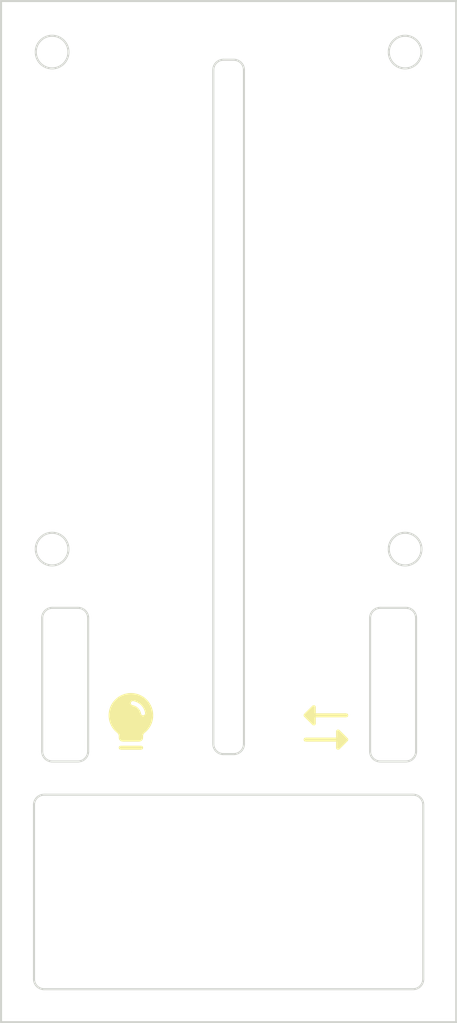
<source format=kicad_pcb>
(kicad_pcb
	(version 20241229)
	(generator "pcbnew")
	(generator_version "9.0")
	(general
		(thickness 1.6)
		(legacy_teardrops no)
	)
	(paper "A4")
	(layers
		(0 "F.Cu" signal)
		(2 "B.Cu" signal)
		(9 "F.Adhes" user "F.Adhesive")
		(11 "B.Adhes" user "B.Adhesive")
		(13 "F.Paste" user)
		(15 "B.Paste" user)
		(5 "F.SilkS" user "F.Silkscreen")
		(7 "B.SilkS" user "B.Silkscreen")
		(1 "F.Mask" user)
		(3 "B.Mask" user)
		(17 "Dwgs.User" user "User.Drawings")
		(19 "Cmts.User" user "User.Comments")
		(21 "Eco1.User" user "User.Eco1")
		(23 "Eco2.User" user "User.Eco2")
		(25 "Edge.Cuts" user)
		(27 "Margin" user)
		(31 "F.CrtYd" user "F.Courtyard")
		(29 "B.CrtYd" user "B.Courtyard")
		(35 "F.Fab" user)
		(33 "B.Fab" user)
		(39 "User.1" user)
		(41 "User.2" user)
		(43 "User.3" user)
		(45 "User.4" user)
	)
	(setup
		(stackup
			(layer "F.SilkS"
				(type "Top Silk Screen")
			)
			(layer "F.Paste"
				(type "Top Solder Paste")
			)
			(layer "F.Mask"
				(type "Top Solder Mask")
				(color "Black")
				(thickness 0.01)
			)
			(layer "F.Cu"
				(type "copper")
				(thickness 0.035)
			)
			(layer "dielectric 1"
				(type "core")
				(thickness 1.51)
				(material "FR4")
				(epsilon_r 4.5)
				(loss_tangent 0.02)
			)
			(layer "B.Cu"
				(type "copper")
				(thickness 0.035)
			)
			(layer "B.Mask"
				(type "Bottom Solder Mask")
				(color "Black")
				(thickness 0.01)
			)
			(layer "B.Paste"
				(type "Bottom Solder Paste")
			)
			(layer "B.SilkS"
				(type "Bottom Silk Screen")
			)
			(copper_finish "None")
			(dielectric_constraints no)
		)
		(pad_to_mask_clearance 0)
		(allow_soldermask_bridges_in_footprints no)
		(tenting front back)
		(pcbplotparams
			(layerselection 0x00000000_00000000_55555555_5755f5ff)
			(plot_on_all_layers_selection 0x00000000_00000000_00000000_00000000)
			(disableapertmacros no)
			(usegerberextensions no)
			(usegerberattributes yes)
			(usegerberadvancedattributes yes)
			(creategerberjobfile yes)
			(dashed_line_dash_ratio 12.000000)
			(dashed_line_gap_ratio 3.000000)
			(svgprecision 4)
			(plotframeref no)
			(mode 1)
			(useauxorigin no)
			(hpglpennumber 1)
			(hpglpenspeed 20)
			(hpglpendiameter 15.000000)
			(pdf_front_fp_property_popups yes)
			(pdf_back_fp_property_popups yes)
			(pdf_metadata yes)
			(pdf_single_document no)
			(dxfpolygonmode yes)
			(dxfimperialunits yes)
			(dxfusepcbnewfont yes)
			(psnegative no)
			(psa4output no)
			(plot_black_and_white yes)
			(sketchpadsonfab no)
			(plotpadnumbers no)
			(hidednponfab no)
			(sketchdnponfab yes)
			(crossoutdnponfab yes)
			(subtractmaskfromsilk no)
			(outputformat 1)
			(mirror no)
			(drillshape 1)
			(scaleselection 1)
			(outputdirectory "")
		)
	)
	(net 0 "")
	(gr_poly
		(pts
			(xy 30.038651 88.253369) (xy 30.048424 88.254097) (xy 30.058114 88.2553) (xy 30.067705 88.256974)
			(xy 30.07718 88.25911) (xy 30.086524 88.261703) (xy 30.095719 88.264745) (xy 30.10475 88.268231)
			(xy 30.1136 88.272152) (xy 30.122254 88.276503) (xy 30.130694 88.281276) (xy 30.138905 88.286465)
			(xy 30.14687 88.292064) (xy 30.154573 88.298065) (xy 30.161998 88.304461) (xy 30.169128 88.311247)
			(xy 30.175913 88.318377) (xy 30.18231 88.325802) (xy 30.188311 88.333505) (xy 30.193909 88.34147)
			(xy 30.199098 88.34968) (xy 30.203872 88.358121) (xy 30.208222 88.366774) (xy 30.212144 88.375624)
			(xy 30.215629 88.384655) (xy 30.218671 88.39385) (xy 30.221264 88.403194) (xy 30.223401 88.412669)
			(xy 30.225074 88.42226) (xy 30.226278 88.43195) (xy 30.227005 88.441723) (xy 30.227249 88.451563)
			(xy 30.227005 88.461403) (xy 30.226278 88.471176) (xy 30.225074 88.480867) (xy 30.223401 88.490457)
			(xy 30.221264 88.499933) (xy 30.218671 88.509276) (xy 30.215629 88.518471) (xy 30.212144 88.527502)
			(xy 30.208222 88.536352) (xy 30.203872 88.545006) (xy 30.199098 88.553446) (xy 30.193909 88.561657)
			(xy 30.188311 88.569622) (xy 30.18231 88.577325) (xy 30.175913 88.584749) (xy 30.169128 88.59188)
			(xy 30.161998 88.598665) (xy 30.154573 88.605062) (xy 30.14687 88.611062) (xy 30.138905 88.616661)
			(xy 30.130694 88.62185) (xy 30.122254 88.626623) (xy 30.1136 88.630974) (xy 30.10475 88.634896) (xy 30.095719 88.638381)
			(xy 30.086524 88.641423) (xy 30.07718 88.644016) (xy 30.067705 88.646153) (xy 30.058114 88.647826)
			(xy 30.048424 88.64903) (xy 30.038651 88.649757) (xy 30.028811 88.650001) (xy 28.044436 88.650001)
			(xy 28.031213 88.649561) (xy 28.018152 88.648256) (xy 28.005289 88.646106) (xy 27.992661 88.643132)
			(xy 27.980303 88.639355) (xy 27.968253 88.634796) (xy 27.956546 88.629476) (xy 27.945218 88.623415)
			(xy 27.934305 88.616635) (xy 27.923844 88.609156) (xy 27.913871 88.601) (xy 27.904421 88.592187)
			(xy 27.895532 88.582737) (xy 27.887238 88.572673) (xy 27.879577 88.562014) (xy 27.872585 88.550782)
			(xy 27.866354 88.53911) (xy 27.860953 88.527146) (xy 27.856384 88.514931) (xy 27.852645 88.502508)
			(xy 27.849738 88.489918) (xy 27.847661 88.477203) (xy 27.846414 88.464404) (xy 27.845999 88.451563)
			(xy 27.846414 88.438723) (xy 27.847661 88.425924) (xy 27.849738 88.413208) (xy 27.852645 88.400618)
			(xy 27.856384 88.388195) (xy 27.860953 88.37598) (xy 27.866354 88.364016) (xy 27.872585 88.352344)
			(xy 27.875995 88.346658) (xy 27.879577 88.341112) (xy 27.883327 88.33571) (xy 27.887238 88.330454)
			(xy 27.891308 88.325346) (xy 27.895532 88.320389) (xy 27.899904 88.315586) (xy 27.904421 88.31094)
			(xy 27.909078 88.306452) (xy 27.913871 88.302126) (xy 27.918794 88.297965) (xy 27.923844 88.29397)
			(xy 27.929016 88.290145) (xy 27.934305 88.286491) (xy 27.939707 88.283013) (xy 27.945218 88.279711)
			(xy 27.950832 88.27659) (xy 27.956546 88.273651) (xy 27.962354 88.270897) (xy 27.968253 88.26833)
			(xy 27.974237 88.265955) (xy 27.980303 88.263771) (xy 27.986446 88.261784) (xy 27.992661 88.259995)
			(xy 27.998943 88.258406) (xy 28.005289 88.257021) (xy 28.011693 88.255841) (xy 28.018152 88.254871)
			(xy 28.02466 88.254111) (xy 28.031213 88.253565) (xy 28.037807 88.253236) (xy 28.044436 88.253126)
			(xy 30.028811 88.253126)
		)
		(stroke
			(width 0)
			(type solid)
		)
		(fill yes)
		(layer "F.SilkS")
		(uuid "30348210-f806-48c4-a808-20e46b8918de")
	)
	(gr_poly
		(pts
			(xy 46.952973 84.284991) (xy 46.967444 84.28691) (xy 46.981827 84.289913) (xy 46.996064 84.294012)
			(xy 47.010097 84.299218) (xy 47.016976 84.302221) (xy 47.023699 84.305462) (xy 47.030263 84.308936)
			(xy 47.036663 84.312634) (xy 47.042895 84.316553) (xy 47.048955 84.320684) (xy 47.054839 84.325023)
			(xy 47.060543 84.329562) (xy 47.066062 84.334297) (xy 47.071392 84.33922) (xy 47.076529 84.344325)
			(xy 47.08147 84.349607) (xy 47.08621 84.355058) (xy 47.090744 84.360673) (xy 47.09507 84.366446)
			(xy 47.099181 84.37237) (xy 47.103076 84.37844) (xy 47.106748 84.384648) (xy 47.110195 84.390989)
			(xy 47.113412 84.397457) (xy 47.116395 84.404046) (xy 47.119139 84.410748) (xy 47.121641 84.417559)
			(xy 47.123897 84.424472) (xy 47.125902 84.43148) (xy 47.127653 84.438578) (xy 47.129144 84.445759)
			(xy 47.130373 84.453017) (xy 47.131334 84.460347) (xy 47.132024 84.467741) (xy 47.132439 84.475193)
			(xy 47.132574 84.482698) (xy 47.132574 85.07801) (xy 50.109137 85.07801) (xy 50.12236 85.07845) (xy 50.135422 85.079756)
			(xy 50.148284 85.081906) (xy 50.160913 85.084879) (xy 50.17327 85.088656) (xy 50.18532 85.093215)
			(xy 50.197027 85.098535) (xy 50.208355 85.104596) (xy 50.219268 85.111376) (xy 50.229729 85.118855)
			(xy 50.239702 85.127011) (xy 50.249152 85.135824) (xy 50.258041 85.145274) (xy 50.266335 85.155338)
			(xy 50.273996 85.165997) (xy 50.280989 85.177229) (xy 50.28722 85.188901) (xy 50.29262 85.200865)
			(xy 50.297189 85.21308) (xy 50.300928 85.225503) (xy 50.303836 85.238093) (xy 50.305913 85.250808)
			(xy 50.307159 85.263607) (xy 50.307574 85.276448) (xy 50.307159 85.289288) (xy 50.305913 85.302087)
			(xy 50.303836 85.314803) (xy 50.300928 85.327393) (xy 50.297189 85.339816) (xy 50.29262 85.352031)
			(xy 50.28722 85.363995) (xy 50.280989 85.375667) (xy 50.277578 85.381353) (xy 50.273996 85.386899)
			(xy 50.270247 85.392301) (xy 50.266335 85.397557) (xy 50.262265 85.402665) (xy 50.258041 85.407622)
			(xy 50.253669 85.412425) (xy 50.249152 85.417071) (xy 50.244495 85.421559) (xy 50.239702 85.425885)
			(xy 50.234779 85.430046) (xy 50.229729 85.434041) (xy 50.224557 85.437866) (xy 50.219268 85.44152)
			(xy 50.213866 85.444998) (xy 50.208355 85.4483) (xy 50.202741 85.451421) (xy 50.197027 85.45436)
			(xy 50.191219 85.457114) (xy 50.18532 85.459681) (xy 50.179336 85.462057) (xy 50.17327 85.46424)
			(xy 50.167127 85.466227) (xy 50.160913 85.468016) (xy 50.15463 85.469605) (xy 50.148284 85.47099)
			(xy 50.14188 85.47217) (xy 50.135422 85.47314) (xy 50.128913 85.4739) (xy 50.12236 85.474446) (xy 50.115766 85.474775)
			(xy 50.109137 85.474885) (xy 47.132574 85.474885) (xy 47.132574 86.070198) (xy 47.132024 86.085156)
			(xy 47.130372 86.099879) (xy 47.127652 86.114319) (xy 47.123896 86.128426) (xy 47.119138 86.142149)
			(xy 47.113411 86.15544) (xy 47.106747 86.16825) (xy 47.09918 86.180528) (xy 47.090742 86.192225)
			(xy 47.081468 86.203291) (xy 47.07139 86.213678) (xy 47.06054 86.223335) (xy 47.048953 86.232214)
			(xy 47.036661 86.240263) (xy 47.023697 86.247435) (xy 47.010094 86.253679) (xy 46.996061 86.258885)
			(xy 46.981824 86.262984) (xy 46.967441 86.265987) (xy 46.95297 86.267905) (xy 46.938469 86.268751)
			(xy 46.923999 86.268536) (xy 46.909615 86.267272) (xy 46.895378 86.26497) (xy 46.881344 86.261641)
			(xy 46.867574 86.257299) (xy 46.854125 86.251953) (xy 46.841055 86.245616) (xy 46.828424 86.2383)
			(xy 46.816288 86.230016) (xy 46.804707 86.220775) (xy 46.79374 86.21059) (xy 45.999992 85.416842)
			(xy 45.993198 85.409711) (xy 45.986793 85.402284) (xy 45.980785 85.394578) (xy 45.975179 85.38661)
			(xy 45.969983 85.378395) (xy 45.965203 85.369951) (xy 45.960846 85.361293) (xy 45.95692 85.352438)
			(xy 45.95343 85.343401) (xy 45.950383 85.3342) (xy 45.947787 85.324851) (xy 45.945647 85.315369)
			(xy 45.943971 85.305772) (xy 45.942766 85.296075) (xy 45.942038 85.286295) (xy 45.941793 85.276448)
			(xy 45.942038 85.266601) (xy 45.942766 85.256821) (xy 45.943971 85.247124) (xy 45.945647 85.237526)
			(xy 45.947787 85.228045) (xy 45.950383 85.218695) (xy 45.95343 85.209494) (xy 45.95692 85.200458)
			(xy 45.960846 85.191603) (xy 45.965203 85.182945) (xy 45.969983 85.174501) (xy 45.975179 85.166286)
			(xy 45.980785 85.158318) (xy 45.986793 85.150612) (xy 45.993198 85.143185) (xy 45.999992 85.136053)
			(xy 46.793742 84.342303) (xy 46.80471 84.332118) (xy 46.816291 84.322878) (xy 46.828426 84.314594)
			(xy 46.841058 84.307278) (xy 46.854128 84.300942) (xy 46.867577 84.295596) (xy 46.881348 84.291254)
			(xy 46.895381 84.287926) (xy 46.909618 84.285624) (xy 46.924002 84.28436) (xy 46.938473 84.284145)
		)
		(stroke
			(width 0)
			(type solid)
		)
		(fill yes)
		(layer "F.SilkS")
		(uuid "da3353ef-383d-4d9f-bc1b-982576eaec4f")
	)
	(gr_poly
		(pts
			(xy 49.325522 86.665609) (xy 49.339906 86.666873) (xy 49.354143 86.669175) (xy 49.368176 86.672503)
			(xy 49.381947 86.676846) (xy 49.395396 86.682191) (xy 49.408466 86.688528) (xy 49.421097 86.695844)
			(xy 49.433233 86.704128) (xy 49.444814 86.713368) (xy 49.455781 86.723553) (xy 50.249531 87.517303)
			(xy 50.256325 87.524435) (xy 50.26273 87.531862) (xy 50.268739 87.539568) (xy 50.274345 87.547536)
			(xy 50.279541 87.55575) (xy 50.284321 87.564195) (xy 50.288677 87.572853) (xy 50.292604 87.581708)
			(xy 50.296094 87.590744) (xy 50.299141 87.599945) (xy 50.301737 87.609295) (xy 50.303877 87.618776)
			(xy 50.305553 87.628374) (xy 50.306758 87.638071) (xy 50.307486 87.647851) (xy 50.307731 87.657698)
			(xy 50.307486 87.667545) (xy 50.306758 87.677325) (xy 50.305553 87.687022) (xy 50.303877 87.696619)
			(xy 50.301737 87.706101) (xy 50.299141 87.71545) (xy 50.296094 87.724651) (xy 50.292604 87.733688)
			(xy 50.288677 87.742543) (xy 50.284321 87.751201) (xy 50.279541 87.759645) (xy 50.274345 87.76786)
			(xy 50.268739 87.775828) (xy 50.26273 87.783533) (xy 50.256325 87.79096) (xy 50.249531 87.798092)
			(xy 49.455784 88.59184) (xy 49.444816 88.602025) (xy 49.433236 88.611266) (xy 49.4211 88.61955) (xy 49.408469 88.626866)
			(xy 49.395399 88.633203) (xy 49.38195 88.638548) (xy 49.368179 88.642891) (xy 49.354146 88.646219)
			(xy 49.339909 88.648521) (xy 49.325525 88.649786) (xy 49.311055 88.650001) (xy 49.296554 88.649155)
			(xy 49.282083 88.647236) (xy 49.2677 88.644234) (xy 49.253463 88.640135) (xy 49.23943 88.634929)
			(xy 49.225827 88.628685) (xy 49.212863 88.621513) (xy 49.200571 88.613464) (xy 49.188983 88.604585)
			(xy 49.178134 88.594928) (xy 49.168056 88.584541) (xy 49.158781 88.573475) (xy 49.150344 88.561778)
			(xy 49.142777 88.5495) (xy 49.136113 88.53669) (xy 49.130386 88.523399) (xy 49.125627 88.509675)
			(xy 49.121872 88.495569) (xy 49.119151 88.481129) (xy 49.117499 88.466405) (xy 49.116949 88.451448)
			(xy 49.116949 87.856135) (xy 46.140387 87.856135) (xy 46.133757 87.856025) (xy 46.127163 87.855695)
			(xy 46.12061 87.85515) (xy 46.114102 87.85439) (xy 46.107644 87.853419) (xy 46.101239 87.85224) (xy 46.094894 87.850855)
			(xy 46.088611 87.849266) (xy 46.082396 87.847477) (xy 46.076254 87.845489) (xy 46.070188 87.843306)
			(xy 46.064204 87.84093) (xy 46.058305 87.838364) (xy 46.052496 87.83561) (xy 46.046783 87.832671)
			(xy 46.041168 87.82955) (xy 46.035658 87.826248) (xy 46.030256 87.82277) (xy 46.024966 87.819116)
			(xy 46.019795 87.815291) (xy 46.014745 87.811296) (xy 46.009821 87.807134) (xy 46.005029 87.802809)
			(xy 46.000372 87.798321) (xy 45.995855 87.793675) (xy 45.991482 87.788872) (xy 45.987259 87.783915)
			(xy 45.983189 87.778807) (xy 45.979277 87.773551) (xy 45.975528 87.768149) (xy 45.971946 87.762603)
			(xy 45.968535 87.756916) (xy 45.962304 87.745245) (xy 45.956904 87.73328) (xy 45.952334 87.721066)
			(xy 45.948596 87.708643) (xy 45.945688 87.696053) (xy 45.943611 87.683337) (xy 45.942365 87.670538)
			(xy 45.941949 87.657698) (xy 45.942365 87.644857) (xy 45.943611 87.632058) (xy 45.945688 87.619343)
			(xy 45.948596 87.606753) (xy 45.952334 87.594329) (xy 45.956904 87.582115) (xy 45.962304 87.570151)
			(xy 45.968535 87.558479) (xy 45.975528 87.547247) (xy 45.983189 87.536588) (xy 45.991482 87.526524)
			(xy 46.000372 87.517074) (xy 46.009821 87.508261) (xy 46.019795 87.500105) (xy 46.030256 87.492626)
			(xy 46.041168 87.485846) (xy 46.052496 87.479785) (xy 46.064203 87.474465) (xy 46.076254 87.469906)
			(xy 46.088611 87.466129) (xy 46.101239 87.463155) (xy 46.114102 87.461005) (xy 46.127163 87.4597)
			(xy 46.140387 87.45926) (xy 49.116949 87.45926) (xy 49.116949 86.863948) (xy 49.117084 86.856443)
			(xy 49.117499 86.848991) (xy 49.118189 86.841597) (xy 49.119151 86.834267) (xy 49.120379 86.827009)
			(xy 49.121871 86.819828) (xy 49.123621 86.81273) (xy 49.125626 86.805722) (xy 49.127882 86.798809)
			(xy 49.130384 86.791998) (xy 49.133129 86.785296) (xy 49.136112 86.778707) (xy 49.139329 86.772239)
			(xy 49.142775 86.765898) (xy 49.146448 86.75969) (xy 49.150342 86.75362) (xy 49.154454 86.747696)
			(xy 49.158779 86.741923) (xy 49.163314 86.736308) (xy 49.168054 86.730856) (xy 49.172994 86.725575)
			(xy 49.178132 86.72047) (xy 49.183462 86.715547) (xy 49.188981 86.710812) (xy 49.194685 86.706273)
			(xy 49.200568 86.701934) (xy 49.206628 86.697802) (xy 49.21286 86.693884) (xy 49.219261 86.690185)
			(xy 49.225824 86.686712) (xy 49.232548 86.683471) (xy 49.239427 86.680468) (xy 49.25346 86.675262)
			(xy 49.267697 86.671163) (xy 49.28208 86.66816) (xy 49.296551 86.666241) (xy 49.311051 86.665395)
		)
		(stroke
			(width 0)
			(type solid)
		)
		(fill yes)
		(layer "F.SilkS")
		(uuid "e11675eb-f512-4b4c-a9ca-88dd28a1a471")
	)
	(gr_poly
		(pts
			(xy 29.094027 83.093869) (xy 29.203378 83.099489) (xy 29.311903 83.110535) (xy 29.419413 83.126934)
			(xy 29.525718 83.14861) (xy 29.630631 83.175491) (xy 29.733962 83.207502) (xy 29.835522 83.244568)
			(xy 29.935124 83.286615) (xy 30.032578 83.33357) (xy 30.127695 83.385357) (xy 30.220287 83.441903)
			(xy 30.310165 83.503133) (xy 30.39714 83.568974) (xy 30.481023 83.63935) (xy 30.561627 83.714188)
			(xy 30.638362 83.792988) (xy 30.710715 83.875172) (xy 30.778607 83.960556) (xy 30.841959 84.048951)
			(xy 30.900693 84.140171) (xy 30.954729 84.234029) (xy 31.00399 84.330337) (xy 31.048396 84.42891)
			(xy 31.087869 84.52956) (xy 31.12233 84.632099) (xy 31.1517 84.736342) (xy 31.175901 84.842102) (xy 31.194853 84.94919)
			(xy 31.208479 85.057421) (xy 31.2167 85.166608) (xy 31.219436 85.276563) (xy 31.216154 85.401781)
			(xy 31.205744 85.525867) (xy 31.188337 85.648552) (xy 31.164065 85.769566) (xy 31.133059 85.88864)
			(xy 31.09545 86.005504) (xy 31.051369 86.119888) (xy 31.000946 86.231524) (xy 30.944313 86.340141)
			(xy 30.881601 86.44547) (xy 30.812941 86.547241) (xy 30.738463 86.645185) (xy 30.6583 86.739033)
			(xy 30.572582 86.828513) (xy 30.481439 86.913358) (xy 30.385004 86.993297) (xy 30.366965 87.007969)
			(xy 30.3499 87.023561) (xy 30.333835 87.040023) (xy 30.318795 87.057306) (xy 30.304804 87.07536)
			(xy 30.291887 87.094134) (xy 30.280069 87.11358) (xy 30.269374 87.133646) (xy 30.259828 87.154284)
			(xy 30.251456 87.175443) (xy 30.244281 87.197073) (xy 30.238329 87.219124) (xy 30.233625 87.241548)
			(xy 30.230194 87.264293) (xy 30.22806 87.287309) (xy 30.227249 87.310548) (xy 30.227249 87.459376)
			(xy 30.226761 87.479056) (xy 30.225307 87.498602) (xy 30.222899 87.517982) (xy 30.219553 87.537164)
			(xy 30.215279 87.556114) (xy 30.210094 87.574801) (xy 30.204009 87.593191) (xy 30.197038 87.611253)
			(xy 30.189196 87.628954) (xy 30.180494 87.64626) (xy 30.170947 87.663141) (xy 30.160569 87.679562)
			(xy 30.149372 87.695492) (xy 30.137371 87.710898) (xy 30.124578 87.725748) (xy 30.111007 87.740009)
			(xy 30.096746 87.75358) (xy 30.081896 87.766373) (xy 30.06649 87.778374) (xy 30.05056 87.789571)
			(xy 30.034139 87.799949) (xy 30.017258 87.809496) (xy 29.999952 87.818198) (xy 29.982251 87.82604)
			(xy 29.964189 87.833011) (xy 29.945799 87.839096) (xy 29.927112 87.844281) (xy 29.908162 87.848554)
			(xy 29.88898 87.851901) (xy 29.8696 87.854309) (xy 29.850054 87.855763) (xy 29.830374 87.856251)
			(xy 28.242874 87.856251) (xy 28.223194 87.855763) (xy 28.203648 87.854309) (xy 28.184267 87.851901)
			(xy 28.165086 87.848554) (xy 28.146135 87.844281) (xy 28.127449 87.839096) (xy 28.109058 87.833011)
			(xy 28.090996 87.82604) (xy 28.073296 87.818198) (xy 28.055989 87.809496) (xy 28.039109 87.799949)
			(xy 28.022687 87.789571) (xy 28.006757 87.778374) (xy 27.991351 87.766373) (xy 27.976502 87.75358)
			(xy 27.962241 87.740009) (xy 27.94867 87.725748) (xy 27.935877 87.710898) (xy 27.923875 87.695492)
			(xy 27.912679 87.679562) (xy 27.9023 87.663141) (xy 27.892753 87.64626) (xy 27.884052 87.628954)
			(xy 27.876209 87.611253) (xy 27.869239 87.593191) (xy 27.863154 87.574801) (xy 27.857968 87.556114)
			(xy 27.853695 87.537164) (xy 27.850348 87.517982) (xy 27.847941 87.498602) (xy 27.846487 87.479056)
			(xy 27.845999 87.459376) (xy 27.845999 87.310548) (xy 27.845321 87.287587) (xy 27.843332 87.264839)
			(xy 27.840057 87.242354) (xy 27.835518 87.22018) (xy 27.829742 87.198369) (xy 27.822753 87.176969)
			(xy 27.814574 87.15603) (xy 27.80523 87.135602) (xy 27.794747 87.115734) (xy 27.783147 87.096477)
			(xy 27.770456 87.077881) (xy 27.756699 87.059993) (xy 27.741899 87.042866) (xy 27.726081 87.026548)
			(xy 27.709269 87.011088) (xy 27.691488 86.996538) (xy 27.595281 86.917077) (xy 27.504312 86.832738)
			(xy 27.418712 86.743787) (xy 27.338611 86.650491) (xy 27.264141 86.553115) (xy 27.19543 86.451924)
			(xy 27.13261 86.347185) (xy 27.075811 86.239164) (xy 27.025163 86.128125) (xy 26.980797 86.014336)
			(xy 26.942842 85.898062) (xy 26.91143 85.779568) (xy 26.886691 85.659121) (xy 26.868754 85.536986)
			(xy 26.857751 85.41343) (xy 26.853812 85.288717) (xy 26.856003 85.178489) (xy 26.863695 85.069558)
			(xy 26.876754 84.962064) (xy 26.895046 84.856144) (xy 26.918434 84.751938) (xy 26.946784 84.649585)
			(xy 26.979962 84.549224) (xy 27.017833 84.450993) (xy 27.060261 84.355032) (xy 27.107112 84.26148)
			(xy 27.158252 84.170474) (xy 27.207759 84.091397) (xy 29.036663 84.091397) (xy 29.037438 84.104298)
			(xy 29.039059 84.117172) (xy 29.041535 84.129978) (xy 29.044872 84.142675) (xy 29.049077 84.155223)
			(xy 29.054106 84.167463) (xy 29.05989 84.179249) (xy 29.066396 84.190554) (xy 29.073593 84.201351)
			(xy 29.081447 84.211614) (xy 29.089927 84.221316) (xy 29.099001 84.230431) (xy 29.108636 84.238932)
			(xy 29.118801 84.246793) (xy 29.129463 84.253986) (xy 29.14059 84.260486) (xy 29.152149 84.266265)
			(xy 29.164109 84.271298) (xy 29.176438 84.275556) (xy 29.189102 84.279015) (xy 29.202071 84.281647)
			(xy 29.240415 84.288948) (xy 29.278354 84.297846) (xy 29.315848 84.308304) (xy 29.352859 84.32028)
			(xy 29.389347 84.333736) (xy 29.425271 84.348632) (xy 29.49527 84.382583) (xy 29.56254 84.421818)
			(xy 29.626763 84.466018) (xy 29.687621 84.514868) (xy 29.744798 84.568049) (xy 29.797974 84.625244)
			(xy 29.846833 84.686136) (xy 29.891057 84.750408) (xy 29.930329 84.817743) (xy 29.964331 84.887823)
			(xy 29.979256 84.923793) (xy 29.992745 84.960331) (xy 30.004757 84.997397) (xy 30.015254 85.034951)
			(xy 30.024194 85.072953) (xy 30.03154 85.111364) (xy 30.033253 85.120234) (xy 30.035346 85.128946)
			(xy 30.03781 85.137492) (xy 30.040634 85.145863) (xy 30.043809 85.154051) (xy 30.047326 85.162049)
			(xy 30.051176 85.169848) (xy 30.055347 85.177441) (xy 30.059831 85.184818) (xy 30.064619 85.191973)
			(xy 30.0697 85.198896) (xy 30.075066 85.20558) (xy 30.080705 85.212017) (xy 30.08661 85.218199) (xy 30.09277 85.224117)
			(xy 30.099175 85.229763) (xy 30.105817 85.23513) (xy 30.112685 85.240209) (xy 30.11977 85.244992)
			(xy 30.127062 85.249471) (xy 30.134552 85.253638) (xy 30.142231 85.257485) (xy 30.150087 85.261004)
			(xy 30.158113 85.264186) (xy 30.166298 85.267024) (xy 30.174633 85.269509) (xy 30.183107 85.271634)
			(xy 30.191713 85.27339) (xy 30.200439 85.274768) (xy 30.209277 85.275762) (xy 30.218217 85.276363)
			(xy 30.227249 85.276563) (xy 30.231453 85.276499) (xy 30.235654 85.276355) (xy 30.239851 85.276132)
			(xy 30.244043 85.27583) (xy 30.248229 85.275449) (xy 30.252407 85.27499) (xy 30.256576 85.274452)
			(xy 30.260735 85.273835) (xy 30.270756 85.271862) (xy 30.280559 85.269412) (xy 30.290134 85.266497)
			(xy 30.299471 85.263133) (xy 30.308561 85.259335) (xy 30.317391 85.255115) (xy 30.325954 85.25049)
			(xy 30.334238 85.245472) (xy 30.342233 85.240077) (xy 30.349928 85.234319) (xy 30.357315 85.228213)
			(xy 30.364382 85.221772) (xy 30.37112 85.215011) (xy 30.377518 85.207944) (xy 30.383566 85.200587)
			(xy 30.389253 85.192952) (xy 30.394571 85.185055) (xy 30.399507 85.17691) (xy 30.404053 85.168532)
			(xy 30.408198 85.159934) (xy 30.411932 85.151131) (xy 30.415245 85.142137) (xy 30.418126 85.132968)
			(xy 30.420565 85.123637) (xy 30.422553 85.114158) (xy 30.424078 85.104546) (xy 30.425132 85.094816)
			(xy 30.425702 85.084981) (xy 30.42578 85.075057) (xy 30.425356 85.065057) (xy 30.424418 85.054996)
			(xy 30.422957 85.044888) (xy 30.422958 85.044888) (xy 30.412043 84.990083) (xy 30.399088 84.936069)
			(xy 30.384133 84.882889) (xy 30.36722 84.830582) (xy 30.327689 84.72876) (xy 30.280827 84.630936)
			(xy 30.226967 84.537443) (xy 30.166444 84.448614) (xy 30.09959 84.364784) (xy 30.026739 84.286285)
			(xy 29.948225 84.213451) (xy 29.86438 84.146616) (xy 29.775539 84.086111) (xy 29.682034 84.032272)
			(xy 29.5842 83.98543) (xy 29.482369 83.945921) (xy 29.430059 83.929019) (xy 29.376875 83.914076)
			(xy 29.322859 83.901132) (xy 29.268052 83.890229) (xy 29.254937 83.888465) (xy 29.241838 83.887581)
			(xy 29.228795 83.887563) (xy 29.215846 83.888396) (xy 29.203031 83.890067) (xy 29.190388 83.89256)
			(xy 29.177957 83.89586) (xy 29.165777 83.899954) (xy 29.153888 83.904827) (xy 29.142327 83.910464)
			(xy 29.131135 83.91685) (xy 29.12035 83.923971) (xy 29.110012 83.931813) (xy 29.100159 83.94036)
			(xy 29.090831 83.949598) (xy 29.082068 83.959514) (xy 29.073982 83.969989) (xy 29.066667 83.980891)
			(xy 29.06013 83.992178) (xy 29.054377 84.003809) (xy 29.049416 84.015742) (xy 29.045254 84.027938)
			(xy 29.041897 84.040353) (xy 29.039352 84.052948) (xy 29.037627 84.065681) (xy 29.036728 84.078511)
			(xy 29.036663 84.091397) (xy 27.207759 84.091397) (xy 27.213545 84.082155) (xy 27.272857 83.99666)
			(xy 27.336053 83.91413) (xy 27.402998 83.834702) (xy 27.473557 83.758517) (xy 27.547595 83.685711)
			(xy 27.624978 83.616426) (xy 27.705571 83.550798) (xy 27.789239 83.488968) (xy 27.875847 83.431074)
			(xy 27.965261 83.377255) (xy 28.057345 83.32765) (xy 28.151965 83.282398) (xy 28.248986 83.241638)
			(xy 28.348273 83.205508) (xy 28.449692 83.174148) (xy 28.553107 83.147696) (xy 28.658384 83.126292)
			(xy 28.765388 83.110074) (xy 28.873984 83.09918) (xy 28.984038 83.093751)
		)
		(stroke
			(width 0)
			(type solid)
		)
		(fill yes)
		(layer "F.SilkS")
		(uuid "f944a8ce-b15a-4a45-b6a4-1033152626a9")
	)
	(gr_circle
		(center 48.124762 102.575)
		(end 49.174762 102.575)
		(stroke
			(width 0.2)
			(type default)
		)
		(fill no)
		(layer "Dwgs.User")
		(uuid "7902e01e-a581-46eb-8488-f2c01f0d56c1")
	)
	(gr_line
		(start 38.599762 112.1)
		(end 38.599762 93.05)
		(stroke
			(width 0.2)
			(type default)
		)
		(layer "Dwgs.User")
		(uuid "d16a4df3-914f-4767-95b7-d0c21f4fcc52")
	)
	(gr_arc
		(start 23.851853 74.75)
		(mid 24.558962 75.042894)
		(end 24.851856 75.750003)
		(stroke
			(width 0.2)
			(type default)
		)
		(layer "Edge.Cuts")
		(uuid "0509cabe-46a7-4263-9847-7f3906acc4eb")
	)
	(gr_arc
		(start 20.549762 112.1)
		(mid 19.842655 111.807107)
		(end 19.549762 111.1)
		(stroke
			(width 0.2)
			(type default)
		)
		(layer "Edge.Cuts")
		(uuid "0e33fc89-598f-4061-a05d-d91edd063dde")
	)
	(gr_arc
		(start 52.447668 75.750003)
		(mid 52.740562 75.042894)
		(end 53.447671 74.75)
		(stroke
			(width 0.2)
			(type default)
		)
		(layer "Edge.Cuts")
		(uuid "0f9f6a70-b031-49a6-b734-5c3153fff75a")
	)
	(gr_line
		(start 56.947668 88.800001)
		(end 56.947668 75.750003)
		(stroke
			(width 0.2)
			(type default)
		)
		(layer "Edge.Cuts")
		(uuid "192530ff-a882-41e1-9da4-0e51b282dec0")
	)
	(gr_line
		(start 57.649762 94.05)
		(end 57.649762 111.1)
		(stroke
			(width 0.2)
			(type default)
		)
		(layer "Edge.Cuts")
		(uuid "199eaaf3-4b90-4925-952f-0ccb930de67a")
	)
	(gr_arc
		(start 55.947665 74.75)
		(mid 56.654774 75.042894)
		(end 56.947668 75.750003)
		(stroke
			(width 0.2)
			(type default)
		)
		(layer "Edge.Cuts")
		(uuid "1bc66ede-5b26-49d4-9d79-42d1e222e025")
	)
	(gr_arc
		(start 37.099762 22.076277)
		(mid 37.392655 21.36917)
		(end 38.099762 21.076277)
		(stroke
			(width 0.2)
			(type default)
		)
		(layer "Edge.Cuts")
		(uuid "1f5441b6-c699-45ba-8d6c-8eedb553e53f")
	)
	(gr_arc
		(start 38.099762 89.076277)
		(mid 37.392671 88.783375)
		(end 37.099762 88.076277)
		(stroke
			(width 0.2)
			(type default)
		)
		(layer "Edge.Cuts")
		(uuid "2298037e-7f66-4614-b463-bf1284ffa7ee")
	)
	(gr_line
		(start 60.876039 15.326277)
		(end 60.876039 115.326277)
		(stroke
			(width 0.2)
			(type default)
		)
		(layer "Edge.Cuts")
		(uuid "24b8d401-5dd0-4ecc-822f-59dd996cf014")
	)
	(gr_line
		(start 16.323486 15.326277)
		(end 16.323486 115.326277)
		(stroke
			(width 0.2)
			(type default)
		)
		(layer "Edge.Cuts")
		(uuid "3b120b54-77fa-46a1-8a28-1a25a037c72e")
	)
	(gr_arc
		(start 39.099762 21.076277)
		(mid 39.806884 21.369162)
		(end 40.099762 22.076277)
		(stroke
			(width 0.2)
			(type default)
		)
		(layer "Edge.Cuts")
		(uuid "555e9a05-c35b-4b0c-8304-5377a7db0b6e")
	)
	(gr_arc
		(start 24.851856 88.800001)
		(mid 24.558963 89.507107)
		(end 23.851858 89.8)
		(stroke
			(width 0.2)
			(type default)
		)
		(layer "Edge.Cuts")
		(uuid "5b3df724-a9b7-4218-a2cf-185a144908e7")
	)
	(gr_arc
		(start 57.649762 111.1)
		(mid 57.356859 111.807083)
		(end 56.649762 112.1)
		(stroke
			(width 0.2)
			(type default)
		)
		(layer "Edge.Cuts")
		(uuid "5c94ab85-a0f9-48d0-9d89-3c4ca945350e")
	)
	(gr_line
		(start 38.099762 21.076277)
		(end 39.099762 21.076277)
		(stroke
			(width 0.2)
			(type default)
		)
		(layer "Edge.Cuts")
		(uuid "5d75855a-ece3-4216-955e-716cfe83b48d")
	)
	(gr_line
		(start 19.549762 111.1)
		(end 19.549762 94.05)
		(stroke
			(width 0.2)
			(type default)
		)
		(layer "Edge.Cuts")
		(uuid "6118f7ec-1202-4e0a-9f26-5535f0c0b7af")
	)
	(gr_arc
		(start 19.549762 94.05)
		(mid 19.842655 93.342893)
		(end 20.549762 93.05)
		(stroke
			(width 0.2)
			(type default)
		)
		(layer "Edge.Cuts")
		(uuid "651c13d3-2b3f-43ff-8cd0-7c3c3d3adde0")
	)
	(gr_circle
		(center 55.876039 20.326277)
		(end 57.476039 20.326277)
		(stroke
			(width 0.2)
			(type default)
		)
		(fill no)
		(layer "Edge.Cuts")
		(uuid "7d0d936e-8b92-4a11-96ba-75b3797a959e")
	)
	(gr_line
		(start 37.099762 88.076277)
		(end 37.099762 22.076277)
		(stroke
			(width 0.2)
			(type default)
		)
		(layer "Edge.Cuts")
		(uuid "9bf0250f-f9ce-418f-bc1f-1c463a9360a2")
	)
	(gr_line
		(start 52.447668 75.750003)
		(end 52.447668 88.799996)
		(stroke
			(width 0.2)
			(type default)
		)
		(layer "Edge.Cuts")
		(uuid "9d33a6bb-deb0-4c29-a5ed-68683a6ac61a")
	)
	(gr_arc
		(start 56.947668 88.800001)
		(mid 56.654775 89.507107)
		(end 55.94767 89.8)
		(stroke
			(width 0.2)
			(type default)
		)
		(layer "Edge.Cuts")
		(uuid "9d85590e-8af6-44a3-9a1f-d0266c67e881")
	)
	(gr_arc
		(start 53.447671 89.8)
		(mid 52.740562 89.507106)
		(end 52.447668 88.799996)
		(stroke
			(width 0.2)
			(type default)
		)
		(layer "Edge.Cuts")
		(uuid "a913ed46-a1fc-408f-900f-a1784306fc3f")
	)
	(gr_circle
		(center 21.323486 20.326277)
		(end 22.923486 20.326277)
		(stroke
			(width 0.2)
			(type default)
		)
		(fill no)
		(layer "Edge.Cuts")
		(uuid "ae430c98-36d7-4dc1-b8b2-ad708ca3aa40")
	)
	(gr_line
		(start 16.323486 115.326277)
		(end 60.876039 115.326277)
		(stroke
			(width 0.2)
			(type default)
		)
		(layer "Edge.Cuts")
		(uuid "bb352b2d-8079-4f26-bb9e-a82ec132f0fa")
	)
	(gr_line
		(start 53.447671 89.8)
		(end 55.94767 89.8)
		(stroke
			(width 0.2)
			(type default)
		)
		(layer "Edge.Cuts")
		(uuid "c1d09e27-78dc-4a81-a37c-f464ff54dd06")
	)
	(gr_circle
		(center 21.323486 69)
		(end 22.923486 69)
		(stroke
			(width 0.2)
			(type default)
		)
		(fill no)
		(layer "Edge.Cuts")
		(uuid "c294f795-b9c3-4344-b858-5e6998d374c6")
	)
	(gr_line
		(start 20.549762 93.05)
		(end 56.649762 93.05)
		(stroke
			(width 0.2)
			(type default)
		)
		(layer "Edge.Cuts")
		(uuid "c2a47f2e-a023-4cea-8eb0-9130048276c6")
	)
	(gr_line
		(start 56.649762 112.1)
		(end 20.549762 112.1)
		(stroke
			(width 0.2)
			(type default)
		)
		(layer "Edge.Cuts")
		(uuid "c43f4eb0-8905-4e5a-a2a7-1c889a820ccf")
	)
	(gr_circle
		(center 55.876039 69)
		(end 57.476039 69)
		(stroke
			(width 0.2)
			(type default)
		)
		(fill no)
		(layer "Edge.Cuts")
		(uuid "c51c5380-83fe-4e72-a2e4-0041a23ffb7e")
	)
	(gr_arc
		(start 56.649762 93.05)
		(mid 57.356869 93.342893)
		(end 57.649762 94.05)
		(stroke
			(width 0.2)
			(type default)
		)
		(layer "Edge.Cuts")
		(uuid "c794f4a0-7db8-4fb0-953e-4b5801aae361")
	)
	(gr_arc
		(start 20.351856 75.750003)
		(mid 20.64475 75.042894)
		(end 21.351859 74.75)
		(stroke
			(width 0.2)
			(type default)
		)
		(layer "Edge.Cuts")
		(uuid "ccc8d09b-18a7-4739-82dd-d9d67697233c")
	)
	(gr_circle
		(center 29.074762 102.575)
		(end 29.084762 102.575)
		(stroke
			(width 0.0001)
			(type default)
		)
		(fill yes)
		(layer "Edge.Cuts")
		(uuid "cd54dc01-070a-4561-b491-f5656927649a")
	)
	(gr_arc
		(start 21.351859 89.8)
		(mid 20.64475 89.507106)
		(end 20.351856 88.799996)
		(stroke
			(width 0.2)
			(type default)
		)
		(layer "Edge.Cuts")
		(uuid "cf9ff07f-83a8-44bf-89ba-a1c957a144c3")
	)
	(gr_line
		(start 20.351856 75.750003)
		(end 20.351856 88.799996)
		(stroke
			(width 0.2)
			(type default)
		)
		(layer "Edge.Cuts")
		(uuid "d3b90d4d-14c2-4307-86ba-6cf0bb7c1b2f")
	)
	(gr_line
		(start 60.876039 15.326277)
		(end 16.323486 15.326277)
		(stroke
			(width 0.2)
			(type default)
		)
		(layer "Edge.Cuts")
		(uuid "d7a49c89-33fe-48b1-bbdb-5b5a2efda15d")
	)
	(gr_line
		(start 39.099762 89.076277)
		(end 38.099762 89.076277)
		(stroke
			(width 0.2)
			(type default)
		)
		(layer "Edge.Cuts")
		(uuid "e3897a0e-2bc4-4df2-95d3-f111f5186e75")
	)
	(gr_line
		(start 24.851856 88.800001)
		(end 24.851856 75.750003)
		(stroke
			(width 0.2)
			(type default)
		)
		(layer "Edge.Cuts")
		(uuid "e576ab62-dac9-4db0-aae1-0a6519819873")
	)
	(gr_line
		(start 55.947665 74.75)
		(end 53.447671 74.75)
		(stroke
			(width 0.2)
			(type default)
		)
		(layer "Edge.Cuts")
		(uuid "ebce0489-d11b-44d4-945d-815db4ff0646")
	)
	(gr_arc
		(start 40.099762 88.076277)
		(mid 39.806869 88.783384)
		(end 39.099762 89.076277)
		(stroke
			(width 0.2)
			(type default)
		)
		(layer "Edge.Cuts")
		(uuid "ec265b12-e5e5-4e2a-b947-7ecf469190e5")
	)
	(gr_line
		(start 21.351859 89.8)
		(end 23.851858 89.8)
		(stroke
			(width 0.2)
			(type default)
		)
		(layer "Edge.Cuts")
		(uuid "eedcf113-b08f-49e6-967d-71f359449033")
	)
	(gr_circle
		(center 48.124762 102.575)
		(end 48.134762 102.575)
		(stroke
			(width 0.0001)
			(type default)
		)
		(fill yes)
		(layer "Edge.Cuts")
		(uuid "f6df4eb7-da6a-42db-91ca-10030e7e26fa")
	)
	(gr_line
		(start 23.851853 74.75)
		(end 21.351859 74.75)
		(stroke
			(width 0.2)
			(type default)
		)
		(layer "Edge.Cuts")
		(uuid "f88c5780-c7af-4123-8b35-d400fba0f493")
	)
	(gr_line
		(start 40.099762 22.076277)
		(end 40.099762 88.076277)
		(stroke
			(width 0.2)
			(type default)
		)
		(layer "Edge.Cuts")
		(uuid "fb8c8ec0-22d6-4310-974f-e2032401eeef")
	)
	(group ""
		(uuid "04048a21-ff27-4429-982c-f4ce15adbda6")
		(members "da3353ef-383d-4d9f-bc1b-982576eaec4f" "e11675eb-f512-4b4c-a9ca-88dd28a1a471")
	)
	(group ""
		(uuid "798dac04-d272-42a2-9a20-37d6f20ba1b1")
		(members "30348210-f806-48c4-a808-20e46b8918de" "f944a8ce-b15a-4a45-b6a4-1033152626a9")
	)
	(embedded_fonts no)
)

</source>
